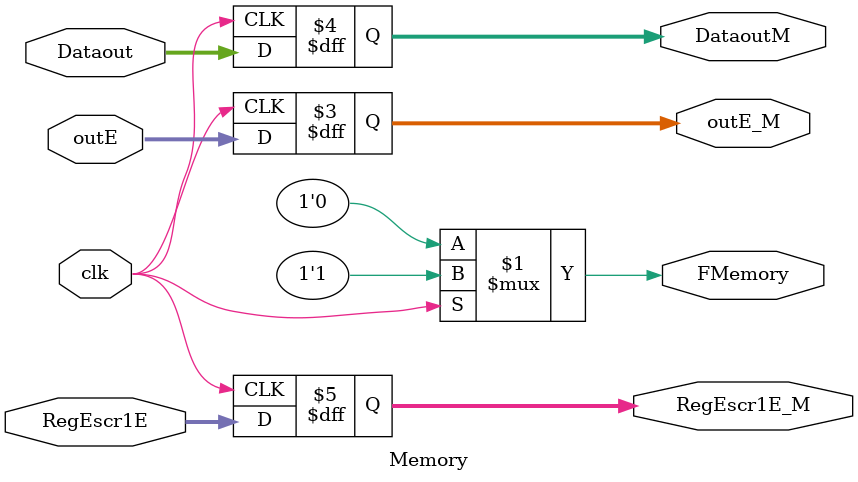
<source format=v>
`timescale 1ns / 1ps


module Memory(clk,outE,outE_M,Dataout,DataoutM,RegEscr1E,RegEscr1E_M,FMemory);

    input clk;
    input [31:0] outE;
    input [31:0] Dataout;
    input [4:0] RegEscr1E;
    
    output reg [31:0] outE_M;
    output reg [31:0] DataoutM;
    output reg [4:0] RegEscr1E_M;
    output wire FMemory;
    
assign FMemory = clk ? 1'b1:1'b0;
    
 always @ (posedge clk)
    begin
        
        outE_M = outE;
        DataoutM = Dataout;
        RegEscr1E_M = RegEscr1E;
        
    end

endmodule

</source>
